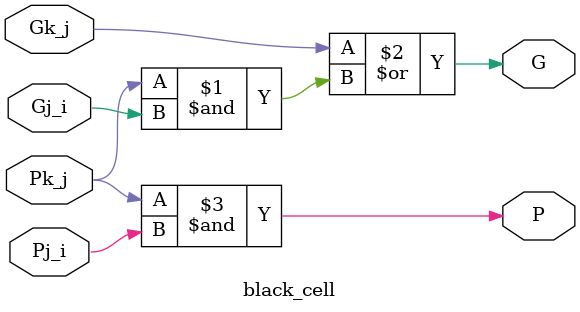
<source format=v>

module black_cell(
    input wire Gk_j, Pk_j,
    input wire Gj_i, Pj_i,
    output wire G, P
);
    assign G = Gk_j | (Pk_j & Gj_i);
    assign P = Pk_j & Pj_i;
endmodule
</source>
